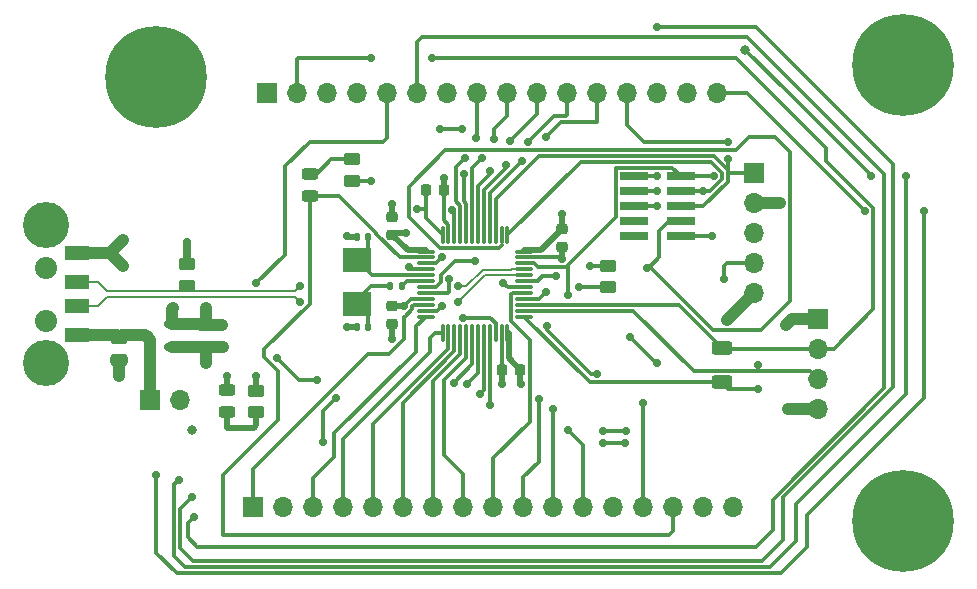
<source format=gbr>
%TF.GenerationSoftware,KiCad,Pcbnew,7.0.7-7.0.7~ubuntu22.04.1*%
%TF.CreationDate,2023-09-20T11:51:08+02:00*%
%TF.ProjectId,kicad103,6b696361-6431-4303-932e-6b696361645f,rev?*%
%TF.SameCoordinates,Original*%
%TF.FileFunction,Copper,L1,Top*%
%TF.FilePolarity,Positive*%
%FSLAX46Y46*%
G04 Gerber Fmt 4.6, Leading zero omitted, Abs format (unit mm)*
G04 Created by KiCad (PCBNEW 7.0.7-7.0.7~ubuntu22.04.1) date 2023-09-20 11:51:08*
%MOMM*%
%LPD*%
G01*
G04 APERTURE LIST*
G04 Aperture macros list*
%AMRoundRect*
0 Rectangle with rounded corners*
0 $1 Rounding radius*
0 $2 $3 $4 $5 $6 $7 $8 $9 X,Y pos of 4 corners*
0 Add a 4 corners polygon primitive as box body*
4,1,4,$2,$3,$4,$5,$6,$7,$8,$9,$2,$3,0*
0 Add four circle primitives for the rounded corners*
1,1,$1+$1,$2,$3*
1,1,$1+$1,$4,$5*
1,1,$1+$1,$6,$7*
1,1,$1+$1,$8,$9*
0 Add four rect primitives between the rounded corners*
20,1,$1+$1,$2,$3,$4,$5,0*
20,1,$1+$1,$4,$5,$6,$7,0*
20,1,$1+$1,$6,$7,$8,$9,0*
20,1,$1+$1,$8,$9,$2,$3,0*%
G04 Aperture macros list end*
%TA.AperFunction,SMDPad,CuDef*%
%ADD10RoundRect,0.225000X-0.225000X-0.250000X0.225000X-0.250000X0.225000X0.250000X-0.225000X0.250000X0*%
%TD*%
%TA.AperFunction,ComponentPad*%
%ADD11R,1.700000X1.700000*%
%TD*%
%TA.AperFunction,ComponentPad*%
%ADD12O,1.700000X1.700000*%
%TD*%
%TA.AperFunction,SMDPad,CuDef*%
%ADD13RoundRect,0.243750X-0.456250X0.243750X-0.456250X-0.243750X0.456250X-0.243750X0.456250X0.243750X0*%
%TD*%
%TA.AperFunction,SMDPad,CuDef*%
%ADD14RoundRect,0.250000X0.450000X-0.262500X0.450000X0.262500X-0.450000X0.262500X-0.450000X-0.262500X0*%
%TD*%
%TA.AperFunction,SMDPad,CuDef*%
%ADD15RoundRect,0.225000X0.225000X0.250000X-0.225000X0.250000X-0.225000X-0.250000X0.225000X-0.250000X0*%
%TD*%
%TA.AperFunction,SMDPad,CuDef*%
%ADD16RoundRect,0.250000X-0.475000X0.250000X-0.475000X-0.250000X0.475000X-0.250000X0.475000X0.250000X0*%
%TD*%
%TA.AperFunction,SMDPad,CuDef*%
%ADD17RoundRect,0.225000X-0.250000X0.225000X-0.250000X-0.225000X0.250000X-0.225000X0.250000X0.225000X0*%
%TD*%
%TA.AperFunction,SMDPad,CuDef*%
%ADD18R,2.400000X0.740000*%
%TD*%
%TA.AperFunction,ComponentPad*%
%ADD19C,0.900000*%
%TD*%
%TA.AperFunction,ComponentPad*%
%ADD20C,8.600000*%
%TD*%
%TA.AperFunction,SMDPad,CuDef*%
%ADD21RoundRect,0.140000X0.140000X0.170000X-0.140000X0.170000X-0.140000X-0.170000X0.140000X-0.170000X0*%
%TD*%
%TA.AperFunction,SMDPad,CuDef*%
%ADD22RoundRect,0.075000X-0.662500X-0.075000X0.662500X-0.075000X0.662500X0.075000X-0.662500X0.075000X0*%
%TD*%
%TA.AperFunction,SMDPad,CuDef*%
%ADD23RoundRect,0.075000X-0.075000X-0.662500X0.075000X-0.662500X0.075000X0.662500X-0.075000X0.662500X0*%
%TD*%
%TA.AperFunction,SMDPad,CuDef*%
%ADD24R,2.400000X2.000000*%
%TD*%
%TA.AperFunction,SMDPad,CuDef*%
%ADD25RoundRect,0.250000X-0.450000X0.262500X-0.450000X-0.262500X0.450000X-0.262500X0.450000X0.262500X0*%
%TD*%
%TA.AperFunction,SMDPad,CuDef*%
%ADD26RoundRect,0.243750X0.456250X-0.243750X0.456250X0.243750X-0.456250X0.243750X-0.456250X-0.243750X0*%
%TD*%
%TA.AperFunction,SMDPad,CuDef*%
%ADD27RoundRect,0.150000X0.512500X0.150000X-0.512500X0.150000X-0.512500X-0.150000X0.512500X-0.150000X0*%
%TD*%
%TA.AperFunction,SMDPad,CuDef*%
%ADD28RoundRect,0.225000X0.250000X-0.225000X0.250000X0.225000X-0.250000X0.225000X-0.250000X-0.225000X0*%
%TD*%
%TA.AperFunction,SMDPad,CuDef*%
%ADD29RoundRect,0.135000X-0.135000X-0.185000X0.135000X-0.185000X0.135000X0.185000X-0.135000X0.185000X0*%
%TD*%
%TA.AperFunction,SMDPad,CuDef*%
%ADD30RoundRect,0.250000X-0.625000X0.312500X-0.625000X-0.312500X0.625000X-0.312500X0.625000X0.312500X0*%
%TD*%
%TA.AperFunction,SMDPad,CuDef*%
%ADD31R,2.000000X1.200000*%
%TD*%
%TA.AperFunction,ComponentPad*%
%ADD32C,1.875000*%
%TD*%
%TA.AperFunction,ComponentPad*%
%ADD33C,3.894000*%
%TD*%
%TA.AperFunction,ViaPad*%
%ADD34C,0.700000*%
%TD*%
%TA.AperFunction,ViaPad*%
%ADD35C,0.800000*%
%TD*%
%TA.AperFunction,Conductor*%
%ADD36C,1.000000*%
%TD*%
%TA.AperFunction,Conductor*%
%ADD37C,0.500000*%
%TD*%
%TA.AperFunction,Conductor*%
%ADD38C,0.300000*%
%TD*%
%TA.AperFunction,Conductor*%
%ADD39C,0.700000*%
%TD*%
%TA.AperFunction,Conductor*%
%ADD40C,0.200000*%
%TD*%
G04 APERTURE END LIST*
D10*
%TO.P,C6,1*%
%TO.N,+3.3V*%
X80850000Y-60200000D03*
%TO.P,C6,2*%
%TO.N,GND*%
X82400000Y-60200000D03*
%TD*%
D11*
%TO.P,J5,1,Pin_1*%
%TO.N,PB15*%
X67380000Y-52000000D03*
D12*
%TO.P,J5,2,Pin_2*%
%TO.N,PB14*%
X69920000Y-52000000D03*
%TO.P,J5,3,Pin_3*%
%TO.N,PB13*%
X72460000Y-52000000D03*
%TO.P,J5,4,Pin_4*%
%TO.N,PB12*%
X75000000Y-52000000D03*
%TO.P,J5,5,Pin_5*%
%TO.N,PB11*%
X77540000Y-52000000D03*
%TO.P,J5,6,Pin_6*%
%TO.N,PB10*%
X80080000Y-52000000D03*
%TO.P,J5,7,Pin_7*%
%TO.N,PB9*%
X82620000Y-52000000D03*
%TO.P,J5,8,Pin_8*%
%TO.N,PB8*%
X85160000Y-52000000D03*
%TO.P,J5,9,Pin_9*%
%TO.N,PB7*%
X87700000Y-52000000D03*
%TO.P,J5,10,Pin_10*%
%TO.N,PB6*%
X90240000Y-52000000D03*
%TO.P,J5,11,Pin_11*%
%TO.N,PB5*%
X92780000Y-52000000D03*
%TO.P,J5,12,Pin_12*%
%TO.N,PB4*%
X95320000Y-52000000D03*
%TO.P,J5,13,Pin_13*%
%TO.N,PB3*%
X97860000Y-52000000D03*
%TO.P,J5,14,Pin_14*%
%TO.N,PB2*%
X100400000Y-52000000D03*
%TO.P,J5,15,Pin_15*%
%TO.N,PB1*%
X102940000Y-52000000D03*
%TO.P,J5,16,Pin_16*%
%TO.N,PB0*%
X105480000Y-52000000D03*
%TD*%
D13*
%TO.P,D3,1,K*%
%TO.N,Net-(D3-K)*%
X71000000Y-58800000D03*
%TO.P,D3,2,A*%
%TO.N,PC13*%
X71000000Y-60675000D03*
%TD*%
D14*
%TO.P,R1,1*%
%TO.N,Net-(D2-K)*%
X66500000Y-79000000D03*
%TO.P,R1,2*%
%TO.N,GND*%
X66500000Y-77175000D03*
%TD*%
D15*
%TO.P,C5,1*%
%TO.N,+3.3V*%
X88850000Y-75450000D03*
%TO.P,C5,2*%
%TO.N,GND*%
X87300000Y-75450000D03*
%TD*%
D16*
%TO.P,C2,1*%
%TO.N,+3.3V*%
X62200000Y-71600000D03*
%TO.P,C2,2*%
%TO.N,GND*%
X62200000Y-73500000D03*
%TD*%
D11*
%TO.P,J2,1,Pin_1*%
%TO.N,Net-(J2-Pin_1)*%
X57460000Y-78000000D03*
D12*
%TO.P,J2,2,Pin_2*%
%TO.N,GND*%
X60000000Y-78000000D03*
%TD*%
D17*
%TO.P,C3,1*%
%TO.N,+3.3V*%
X92400000Y-63450000D03*
%TO.P,C3,2*%
%TO.N,GND*%
X92400000Y-65000000D03*
%TD*%
D18*
%TO.P,J3,1,Pin_1*%
%TO.N,+3.3V*%
X98500000Y-59020000D03*
%TO.P,J3,2,Pin_2*%
%TO.N,PA13*%
X102400000Y-59020000D03*
%TO.P,J3,3,Pin_3*%
%TO.N,GND*%
X98500000Y-60290000D03*
%TO.P,J3,4,Pin_4*%
%TO.N,PA14*%
X102400000Y-60290000D03*
%TO.P,J3,5,Pin_5*%
%TO.N,GND*%
X98500000Y-61560000D03*
%TO.P,J3,6,Pin_6*%
%TO.N,PB3*%
X102400000Y-61560000D03*
%TO.P,J3,7,Pin_7*%
%TO.N,unconnected-(J3-Pin_7-Pad7)*%
X98500000Y-62830000D03*
%TO.P,J3,8,Pin_8*%
%TO.N,PA15*%
X102400000Y-62830000D03*
%TO.P,J3,9,Pin_9*%
%TO.N,unconnected-(J3-Pin_9-Pad9)*%
X98500000Y-64100000D03*
%TO.P,J3,10,Pin_10*%
%TO.N,NRST*%
X102400000Y-64100000D03*
%TD*%
D16*
%TO.P,C1,1*%
%TO.N,Net-(J2-Pin_1)*%
X54900000Y-72700000D03*
%TO.P,C1,2*%
%TO.N,GND*%
X54900000Y-74600000D03*
%TD*%
D17*
%TO.P,C4,1*%
%TO.N,+3.3V*%
X78000000Y-70000000D03*
%TO.P,C4,2*%
%TO.N,GND*%
X78000000Y-71550000D03*
%TD*%
D19*
%TO.P,H3,1,1*%
%TO.N,GND*%
X54794581Y-50600000D03*
X55739162Y-48319581D03*
X55739162Y-52880419D03*
X58019581Y-47375000D03*
D20*
X58019581Y-50600000D03*
D19*
X58019581Y-53825000D03*
X60300000Y-48319581D03*
X60300000Y-52880419D03*
X61244581Y-50600000D03*
%TD*%
D21*
%TO.P,C9,1*%
%TO.N,Net-(C9-Pad1)*%
X75960000Y-71800000D03*
%TO.P,C9,2*%
%TO.N,GND*%
X75000000Y-71800000D03*
%TD*%
D11*
%TO.P,J7,1,Pin_1*%
%TO.N,+3.3V*%
X114000000Y-71080000D03*
D12*
%TO.P,J7,2,Pin_2*%
%TO.N,PB14*%
X114000000Y-73620000D03*
%TO.P,J7,3,Pin_3*%
%TO.N,PB13*%
X114000000Y-76160000D03*
%TO.P,J7,4,Pin_4*%
%TO.N,GND*%
X114000000Y-78700000D03*
%TD*%
D22*
%TO.P,U1,1,VBAT*%
%TO.N,+3.3V*%
X80837500Y-65400000D03*
%TO.P,U1,2,PC13*%
%TO.N,PC13*%
X80837500Y-65900000D03*
%TO.P,U1,3,PC14*%
%TO.N,PC14*%
X80837500Y-66400000D03*
%TO.P,U1,4,PC15*%
%TO.N,PC15*%
X80837500Y-66900000D03*
%TO.P,U1,5,PD0*%
%TO.N,Net-(U1-PD0)*%
X80837500Y-67400000D03*
%TO.P,U1,6,PD1*%
%TO.N,Net-(U1-PD1)*%
X80837500Y-67900000D03*
%TO.P,U1,7,NRST*%
%TO.N,NRST*%
X80837500Y-68400000D03*
%TO.P,U1,8,VSSA*%
%TO.N,GND*%
X80837500Y-68900000D03*
%TO.P,U1,9,VDDA*%
%TO.N,+3.3V*%
X80837500Y-69400000D03*
%TO.P,U1,10,PA0*%
%TO.N,PA0*%
X80837500Y-69900000D03*
%TO.P,U1,11,PA1*%
%TO.N,PA1*%
X80837500Y-70400000D03*
%TO.P,U1,12,PA2*%
%TO.N,PA2*%
X80837500Y-70900000D03*
D23*
%TO.P,U1,13,PA3*%
%TO.N,PA3*%
X82250000Y-72312500D03*
%TO.P,U1,14,PA4*%
%TO.N,PA4*%
X82750000Y-72312500D03*
%TO.P,U1,15,PA5*%
%TO.N,PA5*%
X83250000Y-72312500D03*
%TO.P,U1,16,PA6*%
%TO.N,PA6*%
X83750000Y-72312500D03*
%TO.P,U1,17,PA7*%
%TO.N,PA7*%
X84250000Y-72312500D03*
%TO.P,U1,18,PB0*%
%TO.N,PB0*%
X84750000Y-72312500D03*
%TO.P,U1,19,PB1*%
%TO.N,PB1*%
X85250000Y-72312500D03*
%TO.P,U1,20,PB2*%
%TO.N,PB2*%
X85750000Y-72312500D03*
%TO.P,U1,21,PB10*%
%TO.N,PB10*%
X86250000Y-72312500D03*
%TO.P,U1,22,PB11*%
%TO.N,PB11*%
X86750000Y-72312500D03*
%TO.P,U1,23,VSS*%
%TO.N,GND*%
X87250000Y-72312500D03*
%TO.P,U1,24,VDD*%
%TO.N,+3.3V*%
X87750000Y-72312500D03*
D22*
%TO.P,U1,25,PB12*%
%TO.N,PB12*%
X89162500Y-70900000D03*
%TO.P,U1,26,PB13*%
%TO.N,PB13*%
X89162500Y-70400000D03*
%TO.P,U1,27,PB14*%
%TO.N,PB14*%
X89162500Y-69900000D03*
%TO.P,U1,28,PB15*%
%TO.N,PB15*%
X89162500Y-69400000D03*
%TO.P,U1,29,PA8*%
%TO.N,PA8*%
X89162500Y-68900000D03*
%TO.P,U1,30,PA9*%
%TO.N,PA9*%
X89162500Y-68400000D03*
%TO.P,U1,31,PA10*%
%TO.N,PA10*%
X89162500Y-67900000D03*
%TO.P,U1,32,PA11*%
%TO.N,/USB_D-*%
X89162500Y-67400000D03*
%TO.P,U1,33,PA12*%
%TO.N,/USB_D+*%
X89162500Y-66900000D03*
%TO.P,U1,34,PA13*%
%TO.N,PA13*%
X89162500Y-66400000D03*
%TO.P,U1,35,VSS*%
%TO.N,GND*%
X89162500Y-65900000D03*
%TO.P,U1,36,VDD*%
%TO.N,+3.3V*%
X89162500Y-65400000D03*
D23*
%TO.P,U1,37,PA14*%
%TO.N,PA14*%
X87750000Y-63987500D03*
%TO.P,U1,38,PA15*%
%TO.N,PA15*%
X87250000Y-63987500D03*
%TO.P,U1,39,PB3*%
%TO.N,PB3*%
X86750000Y-63987500D03*
%TO.P,U1,40,PB4*%
%TO.N,PB4*%
X86250000Y-63987500D03*
%TO.P,U1,41,PB5*%
%TO.N,PB5*%
X85750000Y-63987500D03*
%TO.P,U1,42,PB6*%
%TO.N,PB6*%
X85250000Y-63987500D03*
%TO.P,U1,43,PB7*%
%TO.N,PB7*%
X84750000Y-63987500D03*
%TO.P,U1,44,BOOT0*%
%TO.N,BOOT0*%
X84250000Y-63987500D03*
%TO.P,U1,45,PB8*%
%TO.N,PB8*%
X83750000Y-63987500D03*
%TO.P,U1,46,PB9*%
%TO.N,PB9*%
X83250000Y-63987500D03*
%TO.P,U1,47,VSS*%
%TO.N,GND*%
X82750000Y-63987500D03*
%TO.P,U1,48,VDD*%
%TO.N,+3.3V*%
X82250000Y-63987500D03*
%TD*%
D24*
%TO.P,Y1,1,1*%
%TO.N,Net-(C9-Pad1)*%
X75000000Y-69850000D03*
%TO.P,Y1,2,2*%
%TO.N,Net-(U1-PD0)*%
X75000000Y-66150000D03*
%TD*%
D19*
%TO.P,H2,1,1*%
%TO.N,GND*%
X117994581Y-88180419D03*
X118939162Y-85900000D03*
X118939162Y-90460838D03*
X121219581Y-84955419D03*
D20*
X121219581Y-88180419D03*
D19*
X121219581Y-91405419D03*
X123500000Y-85900000D03*
X123500000Y-90460838D03*
X124444581Y-88180419D03*
%TD*%
D25*
%TO.P,R4,1*%
%TO.N,+3.3V*%
X60600000Y-66475000D03*
%TO.P,R4,2*%
%TO.N,/USB_D+*%
X60600000Y-68300000D03*
%TD*%
D11*
%TO.P,J8,1,Pin_1*%
%TO.N,PB3*%
X108600000Y-58720000D03*
D12*
%TO.P,J8,2,Pin_2*%
%TO.N,+3.3V*%
X108600000Y-61260000D03*
%TO.P,J8,3,Pin_3*%
%TO.N,PA13*%
X108600000Y-63800000D03*
%TO.P,J8,4,Pin_4*%
%TO.N,PA14*%
X108600000Y-66340000D03*
%TO.P,J8,5,Pin_5*%
%TO.N,GND*%
X108600000Y-68880000D03*
%TD*%
D26*
%TO.P,D2,1,K*%
%TO.N,Net-(D2-K)*%
X64000000Y-79000000D03*
%TO.P,D2,2,A*%
%TO.N,+3.3V*%
X64000000Y-77125000D03*
%TD*%
D14*
%TO.P,R5,1*%
%TO.N,BOOT0*%
X96300000Y-68425000D03*
%TO.P,R5,2*%
%TO.N,GND*%
X96300000Y-66600000D03*
%TD*%
D21*
%TO.P,C8,1*%
%TO.N,Net-(U1-PD0)*%
X75960000Y-64150000D03*
%TO.P,C8,2*%
%TO.N,GND*%
X75000000Y-64150000D03*
%TD*%
D11*
%TO.P,J9,1,Pin_1*%
%TO.N,PA0*%
X66220000Y-87000000D03*
D12*
%TO.P,J9,2,Pin_2*%
%TO.N,PA1*%
X68760000Y-87000000D03*
%TO.P,J9,3,Pin_3*%
%TO.N,PA2*%
X71300000Y-87000000D03*
%TO.P,J9,4,Pin_4*%
%TO.N,PA3*%
X73840000Y-87000000D03*
%TO.P,J9,5,Pin_5*%
%TO.N,PA4*%
X76380000Y-87000000D03*
%TO.P,J9,6,Pin_6*%
%TO.N,PA5*%
X78920000Y-87000000D03*
%TO.P,J9,7,Pin_7*%
%TO.N,PA6*%
X81460000Y-87000000D03*
%TO.P,J9,8,Pin_8*%
%TO.N,PA7*%
X84000000Y-87000000D03*
%TO.P,J9,9,Pin_9*%
%TO.N,PA8*%
X86540000Y-87000000D03*
%TO.P,J9,10,Pin_10*%
%TO.N,PA9*%
X89080000Y-87000000D03*
%TO.P,J9,11,Pin_11*%
%TO.N,PA10*%
X91620000Y-87000000D03*
%TO.P,J9,12,Pin_12*%
%TO.N,PA13*%
X94160000Y-87000000D03*
%TO.P,J9,13,Pin_13*%
%TO.N,PA14*%
X96700000Y-87000000D03*
%TO.P,J9,14,Pin_14*%
%TO.N,PA15*%
X99240000Y-87000000D03*
%TO.P,J9,15,Pin_15*%
%TO.N,PC13*%
X101780000Y-87000000D03*
%TO.P,J9,16,Pin_16*%
%TO.N,PC14*%
X104320000Y-87000000D03*
%TO.P,J9,17,Pin_17*%
%TO.N,PC15*%
X106860000Y-87000000D03*
%TD*%
D27*
%TO.P,U2,1,GND*%
%TO.N,GND*%
X59375000Y-73450000D03*
%TO.P,U2,2,VO*%
%TO.N,+3.3V*%
X59375000Y-71550000D03*
%TO.P,U2,3,VI*%
%TO.N,Net-(J2-Pin_1)*%
X57100000Y-72500000D03*
%TD*%
D28*
%TO.P,C7,1*%
%TO.N,+3.3V*%
X78000000Y-64000000D03*
%TO.P,C7,2*%
%TO.N,GND*%
X78000000Y-62450000D03*
%TD*%
D29*
%TO.P,R3,1*%
%TO.N,Net-(C9-Pad1)*%
X77800000Y-68300000D03*
%TO.P,R3,2*%
%TO.N,Net-(U1-PD1)*%
X78820000Y-68300000D03*
%TD*%
D25*
%TO.P,R2,1*%
%TO.N,Net-(D3-K)*%
X74600000Y-57600000D03*
%TO.P,R2,2*%
%TO.N,GND*%
X74600000Y-59425000D03*
%TD*%
D30*
%TO.P,R6,1*%
%TO.N,PB14*%
X105900000Y-73537500D03*
%TO.P,R6,2*%
%TO.N,PB12*%
X105900000Y-76462500D03*
%TD*%
D31*
%TO.P,J1,1,1*%
%TO.N,Net-(J2-Pin_1)*%
X51300000Y-72500000D03*
%TO.P,J1,2,2*%
%TO.N,/USB_D-*%
X51300000Y-70000000D03*
%TO.P,J1,3,3*%
%TO.N,/USB_D+*%
X51300000Y-68000000D03*
%TO.P,J1,4,4*%
%TO.N,GND*%
X51300000Y-65500000D03*
D32*
%TO.P,J1,5,5*%
%TO.N,unconnected-(J1-Pad5)*%
X48700000Y-66750000D03*
%TO.P,J1,6,6*%
%TO.N,unconnected-(J1-Pad6)*%
X48700000Y-71250000D03*
D33*
%TO.P,J1,7,7*%
%TO.N,unconnected-(J1-Pad7)*%
X48700000Y-63150000D03*
%TO.P,J1,8,8*%
%TO.N,unconnected-(J1-Pad8)*%
X48700000Y-74850000D03*
%TD*%
D19*
%TO.P,H1,1,1*%
%TO.N,GND*%
X117975000Y-49600000D03*
X118919581Y-47319581D03*
X118919581Y-51880419D03*
X121200000Y-46375000D03*
D20*
X121200000Y-49600000D03*
D19*
X121200000Y-52825000D03*
X123480419Y-47319581D03*
X123480419Y-51880419D03*
X124425000Y-49600000D03*
%TD*%
D34*
%TO.N,+3.3V*%
X92400000Y-62200000D03*
X88900000Y-76600000D03*
X62200000Y-70200000D03*
X60600000Y-64600000D03*
X110900000Y-61300000D03*
X79000000Y-70000000D03*
X63600000Y-71600000D03*
X100400000Y-59000000D03*
X64000000Y-75900000D03*
X79200000Y-63800000D03*
X59400000Y-70200000D03*
X111300000Y-71600000D03*
X80100000Y-61800000D03*
%TO.N,/USB_D-*%
X70157513Y-69650000D03*
X83549513Y-69650000D03*
%TO.N,GND*%
X111500000Y-78700000D03*
X87300000Y-76600000D03*
X82400000Y-59200000D03*
X78000000Y-61400000D03*
X74200000Y-64100000D03*
X82800000Y-67700000D03*
X106300000Y-71200000D03*
X100400000Y-60300000D03*
X78000000Y-72800000D03*
X76200000Y-59400000D03*
X74200000Y-71800000D03*
X54900000Y-75900000D03*
X100400000Y-61500000D03*
X55200000Y-64400000D03*
X63700000Y-73500000D03*
X62200000Y-74800000D03*
X92400000Y-66000000D03*
X55200000Y-66600000D03*
D35*
X61000000Y-80500000D03*
D34*
X94700000Y-66600000D03*
X66500000Y-75900000D03*
%TO.N,/USB_D+*%
X70157513Y-68350000D03*
X83549513Y-68350000D03*
%TO.N,PA13*%
X92900000Y-80500000D03*
X105200000Y-59000000D03*
X92900000Y-69100000D03*
%TO.N,PA14*%
X104300000Y-60300000D03*
X106100000Y-67700000D03*
%TO.N,PB3*%
X106400000Y-56100500D03*
X106400000Y-57600000D03*
%TO.N,PA15*%
X100400000Y-74800000D03*
X99600000Y-66800000D03*
X99200000Y-78200000D03*
X98100000Y-72600000D03*
%TO.N,PC14*%
X97700000Y-81600000D03*
X95800000Y-81600000D03*
X82236654Y-65900000D03*
%TO.N,PC15*%
X79398360Y-66700000D03*
%TO.N,PB15*%
X97800000Y-80600000D03*
X95300000Y-75763000D03*
X91100000Y-71700000D03*
X95800000Y-80600000D03*
X91000000Y-68800000D03*
%TO.N,PB14*%
X76200000Y-49000000D03*
X81400000Y-49000000D03*
%TO.N,PB13*%
X82000000Y-55000000D03*
X109000000Y-75000000D03*
X83900000Y-55000000D03*
%TO.N,PB12*%
X109000000Y-77000000D03*
%TO.N,PB11*%
X84000000Y-71000000D03*
X68200000Y-74400000D03*
X72100000Y-81500000D03*
X71600000Y-76300000D03*
X66500000Y-68100000D03*
X73200000Y-77800000D03*
%TO.N,PB10*%
X61200000Y-87900000D03*
X86300000Y-78400000D03*
%TO.N,PB9*%
X83050500Y-61896691D03*
%TO.N,PB8*%
X85100000Y-55800000D03*
X84125535Y-57499500D03*
%TO.N,PB7*%
X86600000Y-55900000D03*
X85600000Y-57499500D03*
%TO.N,PB6*%
X86305378Y-58605378D03*
X88000000Y-56000000D03*
%TO.N,PB5*%
X89500000Y-56100000D03*
X87600000Y-58100000D03*
%TO.N,PB4*%
X91000000Y-55700000D03*
X88955378Y-57755378D03*
%TO.N,PB2*%
X85400000Y-77500000D03*
X100400000Y-46349500D03*
X61000000Y-86200000D03*
%TO.N,PB1*%
X59900000Y-84700000D03*
D35*
X107900000Y-48300000D03*
D34*
X84300000Y-76600000D03*
X118500000Y-59000000D03*
X121500000Y-59000000D03*
%TO.N,PB0*%
X118000000Y-62000000D03*
X123000000Y-62000000D03*
X83194622Y-76494622D03*
X58000000Y-84300000D03*
%TO.N,PA1*%
X82200000Y-70000000D03*
%TO.N,PA9*%
X87400000Y-68024500D03*
X90400000Y-77900000D03*
%TO.N,PA10*%
X91600000Y-78700000D03*
X91900000Y-67500000D03*
%TO.N,NRST*%
X105100000Y-64100000D03*
X85000000Y-66200000D03*
%TO.N,BOOT0*%
X84050500Y-58844396D03*
X93794975Y-68405025D03*
%TD*%
D36*
%TO.N,+3.3V*%
X59375000Y-71550000D02*
X62150000Y-71550000D01*
X108600000Y-61260000D02*
X110860000Y-61260000D01*
D37*
X78200000Y-63800000D02*
X79200000Y-63800000D01*
D36*
X62150000Y-71550000D02*
X62200000Y-71600000D01*
D37*
X92400000Y-63450000D02*
X92400000Y-62200000D01*
D36*
X114000000Y-71080000D02*
X111820000Y-71080000D01*
D37*
X90550000Y-65300000D02*
X89162500Y-65300000D01*
X87850000Y-74450000D02*
X87850000Y-72312500D01*
D38*
X82250000Y-63987500D02*
X82250000Y-63850000D01*
X80850000Y-60200000D02*
X80850000Y-61800000D01*
D37*
X78000000Y-64000000D02*
X79300000Y-65300000D01*
D38*
X80800000Y-60250000D02*
X80850000Y-60200000D01*
X80850000Y-61800000D02*
X80850000Y-62587500D01*
X80850000Y-62587500D02*
X82250000Y-63987500D01*
D37*
X88850000Y-76550000D02*
X88900000Y-76600000D01*
D38*
X80850000Y-61800000D02*
X80100000Y-61800000D01*
D36*
X59375000Y-71550000D02*
X59375000Y-70225000D01*
D38*
X80837500Y-69400000D02*
X79600000Y-69400000D01*
D37*
X78000000Y-64000000D02*
X78200000Y-63800000D01*
X88850000Y-75450000D02*
X87850000Y-74450000D01*
X79300000Y-65300000D02*
X80837500Y-65300000D01*
D39*
X60600000Y-66475000D02*
X60600000Y-64600000D01*
D36*
X59375000Y-70225000D02*
X59400000Y-70200000D01*
X111820000Y-71080000D02*
X111300000Y-71600000D01*
D37*
X64000000Y-77125000D02*
X64000000Y-75900000D01*
X92400000Y-63450000D02*
X90550000Y-65300000D01*
D36*
X62200000Y-71600000D02*
X62200000Y-70200000D01*
D38*
X98500000Y-59020000D02*
X100380000Y-59020000D01*
D36*
X62200000Y-71600000D02*
X63600000Y-71600000D01*
D37*
X78000000Y-70000000D02*
X79000000Y-70000000D01*
X88850000Y-75450000D02*
X88850000Y-76550000D01*
D38*
X79600000Y-69400000D02*
X79000000Y-70000000D01*
X100380000Y-59020000D02*
X100400000Y-59000000D01*
D40*
%TO.N,/USB_D-*%
X85824513Y-67375000D02*
X88031249Y-67375000D01*
X83549513Y-69650000D02*
X85824513Y-67375000D01*
X88031249Y-67375000D02*
X88056249Y-67400000D01*
X88056249Y-67400000D02*
X89162500Y-67400000D01*
X53075001Y-70000000D02*
X53850001Y-69225000D01*
X53850001Y-69225000D02*
X69732514Y-69225001D01*
X69732514Y-69225001D02*
X70157513Y-69650000D01*
X51575000Y-70000000D02*
X53075001Y-70000000D01*
D37*
%TO.N,GND*%
X66500000Y-77175000D02*
X66500000Y-75900000D01*
D36*
X108600000Y-68900000D02*
X106300000Y-71200000D01*
D37*
X75000000Y-71800000D02*
X74200000Y-71800000D01*
D38*
X82350500Y-60249500D02*
X82400000Y-60200000D01*
D36*
X114000000Y-78700000D02*
X111500000Y-78700000D01*
D38*
X76175000Y-59425000D02*
X76200000Y-59400000D01*
X74600000Y-59425000D02*
X76175000Y-59425000D01*
X96300000Y-66600000D02*
X94700000Y-66600000D01*
X98500000Y-61560000D02*
X100340000Y-61560000D01*
X82750000Y-63987500D02*
X82750000Y-63148959D01*
X100280000Y-60290000D02*
X100400000Y-60300000D01*
X87250000Y-72312500D02*
X87250000Y-75400000D01*
D36*
X59375000Y-73450000D02*
X62150000Y-73450000D01*
D38*
X82700000Y-68900000D02*
X82800000Y-68800000D01*
D36*
X54100000Y-65500000D02*
X55200000Y-64400000D01*
D38*
X82750000Y-63148959D02*
X82350500Y-62749459D01*
X100400000Y-60300000D02*
X98510000Y-60300000D01*
X82350500Y-62749459D02*
X82350500Y-60249500D01*
X100340000Y-61560000D02*
X100400000Y-61500000D01*
X92300000Y-65900000D02*
X92400000Y-66000000D01*
D37*
X92400000Y-65000000D02*
X92400000Y-66000000D01*
D38*
X100300000Y-60290000D02*
X100290000Y-60290000D01*
D37*
X78000000Y-62450000D02*
X78000000Y-61400000D01*
X74250000Y-64150000D02*
X74200000Y-64100000D01*
D36*
X108600000Y-68880000D02*
X108600000Y-68900000D01*
D38*
X80837500Y-68900000D02*
X82700000Y-68900000D01*
D37*
X87300000Y-75450000D02*
X87300000Y-76600000D01*
D36*
X62200000Y-73500000D02*
X63700000Y-73500000D01*
D37*
X78000000Y-71550000D02*
X78000000Y-72800000D01*
D36*
X54900000Y-74600000D02*
X54900000Y-75900000D01*
D37*
X75000000Y-64150000D02*
X74250000Y-64150000D01*
D38*
X89162500Y-65900000D02*
X92300000Y-65900000D01*
D36*
X54100000Y-65500000D02*
X55200000Y-66600000D01*
D38*
X100400000Y-60300000D02*
X100300000Y-60290000D01*
D37*
X82400000Y-60200000D02*
X82400000Y-59200000D01*
D36*
X51575000Y-65500000D02*
X54100000Y-65500000D01*
X62200000Y-73500000D02*
X62200000Y-74800000D01*
D38*
X82800000Y-68800000D02*
X82800000Y-67700000D01*
X98510000Y-60300000D02*
X98500000Y-60290000D01*
D36*
X62150000Y-73450000D02*
X62200000Y-73500000D01*
D38*
X87250000Y-75400000D02*
X87300000Y-75450000D01*
D40*
%TO.N,/USB_D+*%
X83549513Y-68350000D02*
X84213116Y-68350000D01*
X88031249Y-66925000D02*
X88056249Y-66900000D01*
X53075001Y-68000000D02*
X53850001Y-68775000D01*
X69732514Y-68774999D02*
X70157513Y-68350000D01*
X51575000Y-68000000D02*
X53075001Y-68000000D01*
X84213116Y-68350000D02*
X85638116Y-66925000D01*
X85638116Y-66925000D02*
X88031249Y-66925000D01*
X88056249Y-66900000D02*
X89162500Y-66900000D01*
X53850001Y-68775000D02*
X69732514Y-68774999D01*
D38*
%TO.N,PC13*%
X63700000Y-89400000D02*
X101400000Y-89400000D01*
X71000000Y-69797463D02*
X67148731Y-73648731D01*
X68300000Y-79674999D02*
X63700000Y-84274999D01*
X73487965Y-60675000D02*
X76600000Y-63787035D01*
X101400000Y-89400000D02*
X101780000Y-89020000D01*
X76600000Y-63888173D02*
X78611827Y-65900000D01*
X71000000Y-60675000D02*
X71000000Y-69797463D01*
X76600000Y-63787035D02*
X76600000Y-63888173D01*
X78611827Y-65900000D02*
X80837500Y-65900000D01*
X101780000Y-89020000D02*
X101780000Y-87000000D01*
X63700000Y-84274999D02*
X63700000Y-89400000D01*
X71000000Y-60675000D02*
X73487965Y-60675000D01*
X67148731Y-73648731D02*
X67148731Y-74338681D01*
X67550000Y-74739950D02*
X67550000Y-74750000D01*
X67550000Y-74750000D02*
X68300000Y-75500000D01*
X67148731Y-74338681D02*
X67550000Y-74739950D01*
X68300000Y-75500000D02*
X68300000Y-79674999D01*
%TO.N,PA13*%
X90301041Y-66700000D02*
X90001041Y-66400000D01*
X102400000Y-59020000D02*
X105180000Y-59020000D01*
X102400000Y-59020000D02*
X101680000Y-58300000D01*
X94160000Y-87000000D02*
X94160000Y-81760000D01*
X101680000Y-58300000D02*
X96950000Y-58300000D01*
X94160000Y-81760000D02*
X92900000Y-80500000D01*
X92689950Y-66700000D02*
X90301041Y-66700000D01*
X92894975Y-66494975D02*
X92689950Y-66700000D01*
X96950000Y-62439950D02*
X92894975Y-66494975D01*
X96950000Y-58300000D02*
X96950000Y-62439950D01*
X92900000Y-66910050D02*
X92894975Y-66905025D01*
X90001041Y-66400000D02*
X89162500Y-66400000D01*
X92900000Y-66910050D02*
X92689950Y-66700000D01*
X105180000Y-59020000D02*
X105200000Y-59000000D01*
X92900000Y-69100000D02*
X92900000Y-66910050D01*
X92894975Y-66905025D02*
X92894975Y-66494975D01*
%TO.N,Net-(U1-PD0)*%
X76250000Y-67400000D02*
X75000000Y-66150000D01*
X75960000Y-65190000D02*
X75000000Y-66150000D01*
X75960000Y-64150000D02*
X75960000Y-65190000D01*
X80837500Y-67400000D02*
X76250000Y-67400000D01*
%TO.N,Net-(C9-Pad1)*%
X76200000Y-68300000D02*
X77800000Y-68300000D01*
X75960000Y-71800000D02*
X75960000Y-70810000D01*
X75000000Y-69850000D02*
X75000000Y-69500000D01*
X75960000Y-70810000D02*
X75000000Y-69850000D01*
X75000000Y-69500000D02*
X76200000Y-68300000D01*
%TO.N,PA14*%
X93937500Y-57800000D02*
X87750000Y-63987500D01*
X104899950Y-60290000D02*
X105900000Y-59289950D01*
X105900000Y-58710050D02*
X104989950Y-57800000D01*
X102400000Y-60290000D02*
X104290000Y-60290000D01*
X104290000Y-60290000D02*
X104300000Y-60300000D01*
X108600000Y-66340000D02*
X106360000Y-66340000D01*
X105900000Y-59289950D02*
X105900000Y-58710050D01*
X106100000Y-66600000D02*
X106100000Y-67700000D01*
X104989950Y-57800000D02*
X93937500Y-57800000D01*
X106360000Y-66340000D02*
X106100000Y-66600000D01*
X102400000Y-60290000D02*
X104899950Y-60290000D01*
%TO.N,PB3*%
X104337056Y-61560000D02*
X102400000Y-61560000D01*
X97860000Y-54660000D02*
X97860000Y-52000000D01*
X106400000Y-58700000D02*
X106400000Y-57600000D01*
X106400000Y-58700000D02*
X106400000Y-59497056D01*
X105197056Y-57300000D02*
X106400000Y-58502944D01*
X106400000Y-56100500D02*
X99300500Y-56100500D01*
X99300500Y-56100500D02*
X97860000Y-54660000D01*
X108600000Y-58720000D02*
X106420000Y-58720000D01*
X90400000Y-57300000D02*
X105197056Y-57300000D01*
X106400000Y-58502944D02*
X106400000Y-58700000D01*
X86750000Y-60950000D02*
X90400000Y-57300000D01*
X106420000Y-58720000D02*
X106400000Y-58700000D01*
X86750000Y-63987500D02*
X86750000Y-60950000D01*
X106400000Y-59497056D02*
X104337056Y-61560000D01*
%TO.N,PA15*%
X102400000Y-62830000D02*
X101400000Y-62830000D01*
X99240000Y-78240000D02*
X99200000Y-78200000D01*
X107100000Y-56800000D02*
X82500000Y-56800000D01*
X105134803Y-72065197D02*
X109234803Y-72065197D01*
X99700000Y-66800000D02*
X99600000Y-66800000D01*
X108200000Y-55700000D02*
X107100000Y-56800000D01*
X101400000Y-62830000D02*
X100600000Y-63630000D01*
X100300000Y-74800000D02*
X100400000Y-74800000D01*
X98100000Y-72600000D02*
X100300000Y-74800000D01*
X109234803Y-72065197D02*
X111710000Y-69590000D01*
X111710000Y-69590000D02*
X111710000Y-57010000D01*
X111710000Y-57010000D02*
X110400000Y-55700000D01*
X79400000Y-62476041D02*
X81998959Y-65075000D01*
X87001041Y-65075000D02*
X87250000Y-64826041D01*
X110400000Y-55700000D02*
X108200000Y-55700000D01*
X99600000Y-66800000D02*
X99869606Y-66800000D01*
X81998959Y-65075000D02*
X87001041Y-65075000D01*
X100600000Y-63630000D02*
X100600000Y-65900000D01*
X99869606Y-66800000D02*
X105134803Y-72065197D01*
X79400000Y-59900000D02*
X79400000Y-62476041D01*
X100600000Y-65900000D02*
X99700000Y-66800000D01*
X82500000Y-56800000D02*
X79400000Y-59900000D01*
X99240000Y-87000000D02*
X99240000Y-78240000D01*
%TO.N,PC14*%
X82236654Y-65839387D02*
X82236654Y-65774103D01*
X81736654Y-66400000D02*
X82236654Y-65900000D01*
X80837500Y-66400000D02*
X81736654Y-66400000D01*
X95800000Y-81600000D02*
X97700000Y-81600000D01*
%TO.N,PC15*%
X80837500Y-66900000D02*
X79598360Y-66900000D01*
X79598360Y-66900000D02*
X79398360Y-66700000D01*
%TO.N,PB15*%
X91100000Y-71700000D02*
X91100000Y-72000000D01*
X94863000Y-75763000D02*
X95300000Y-75763000D01*
X89162500Y-69400000D02*
X90400000Y-69400000D01*
X90400000Y-69400000D02*
X91000000Y-68800000D01*
X91100000Y-72000000D02*
X94863000Y-75763000D01*
X95800000Y-80600000D02*
X97800000Y-80600000D01*
%TO.N,PB14*%
X118700000Y-70300000D02*
X118700000Y-61700000D01*
X102262500Y-69900000D02*
X105900000Y-73537500D01*
X114000000Y-73620000D02*
X105982500Y-73620000D01*
X70000000Y-49000000D02*
X76200000Y-49000000D01*
X69920000Y-49080000D02*
X69920000Y-52000000D01*
X70000000Y-49000000D02*
X69920000Y-49080000D01*
X114700000Y-56600000D02*
X107100000Y-49000000D01*
X105982500Y-73620000D02*
X105900000Y-73537500D01*
X115380000Y-73620000D02*
X118700000Y-70300000D01*
X107100000Y-49000000D02*
X81400000Y-49000000D01*
X114000000Y-73620000D02*
X115380000Y-73620000D01*
X118700000Y-61700000D02*
X114700000Y-57700000D01*
X114700000Y-57700000D02*
X114700000Y-56600000D01*
D37*
X106002500Y-73640000D02*
X105900000Y-73537500D01*
D38*
X89162500Y-69900000D02*
X102262500Y-69900000D01*
%TO.N,PB13*%
X109000000Y-75550000D02*
X103550000Y-75550000D01*
X113390000Y-75550000D02*
X109000000Y-75550000D01*
X109000000Y-75550000D02*
X109000000Y-75000000D01*
X82000000Y-55000000D02*
X83900000Y-55000000D01*
X98400000Y-70400000D02*
X103550000Y-75550000D01*
X114000000Y-76160000D02*
X113390000Y-75550000D01*
X89162500Y-70400000D02*
X98400000Y-70400000D01*
%TO.N,PB12*%
X106437500Y-77000000D02*
X109000000Y-77000000D01*
X89162500Y-70900000D02*
X94725000Y-76462500D01*
X94725000Y-76462500D02*
X105900000Y-76462500D01*
X105900000Y-76462500D02*
X106437500Y-77000000D01*
%TO.N,PB11*%
X77540000Y-55760000D02*
X77200000Y-56100000D01*
X71600000Y-76300000D02*
X70100000Y-76300000D01*
X77540000Y-52000000D02*
X77540000Y-55760000D01*
X71000000Y-56100000D02*
X68950000Y-58150000D01*
X68950000Y-65650000D02*
X66500000Y-68100000D01*
X77200000Y-56100000D02*
X71000000Y-56100000D01*
X86276041Y-71000000D02*
X84000000Y-71000000D01*
X70100000Y-76300000D02*
X68200000Y-74400000D01*
X86750000Y-71473959D02*
X86276041Y-71000000D01*
X68950000Y-58150000D02*
X68950000Y-65650000D01*
X72100000Y-81500000D02*
X72100000Y-78900000D01*
X86750000Y-72312500D02*
X86750000Y-71473959D01*
X72100000Y-78900000D02*
X73200000Y-77800000D01*
%TO.N,PB10*%
X80500000Y-47200000D02*
X80080000Y-47620000D01*
X108000000Y-47200000D02*
X80500000Y-47200000D01*
X110200000Y-89000000D02*
X110200000Y-86392894D01*
X110200000Y-86392894D02*
X119650000Y-76942894D01*
X119650000Y-76942894D02*
X119650000Y-58850000D01*
X61500000Y-90400000D02*
X108800000Y-90400000D01*
X108800000Y-90400000D02*
X110200000Y-89000000D01*
X80080000Y-47620000D02*
X80080000Y-52000000D01*
X60700000Y-88400000D02*
X60700000Y-89600000D01*
X119650000Y-58850000D02*
X108000000Y-47200000D01*
X61200000Y-87900000D02*
X60700000Y-88400000D01*
X86250000Y-78350000D02*
X86250000Y-72312500D01*
X60700000Y-89600000D02*
X61500000Y-90400000D01*
X86300000Y-78400000D02*
X86250000Y-78350000D01*
%TO.N,PB9*%
X83250000Y-63987500D02*
X83250000Y-62096191D01*
X83250000Y-62096191D02*
X83050500Y-61896691D01*
%TO.N,PB8*%
X83750000Y-61557107D02*
X83350500Y-61157607D01*
X83350500Y-58274535D02*
X84125535Y-57499500D01*
X85100000Y-55800000D02*
X85160000Y-55740000D01*
X85160000Y-55740000D02*
X85160000Y-52000000D01*
X83750000Y-63987500D02*
X83750000Y-61557107D01*
X83350500Y-61157607D02*
X83350500Y-58274535D01*
%TO.N,PB7*%
X84750000Y-63987500D02*
X84750000Y-58349500D01*
X86600000Y-55000000D02*
X87700000Y-53900000D01*
X84750000Y-58349500D02*
X85600000Y-57499500D01*
X86600000Y-55900000D02*
X86600000Y-55000000D01*
X87700000Y-53900000D02*
X87700000Y-52000000D01*
%TO.N,PB6*%
X90240000Y-53760000D02*
X90240000Y-52000000D01*
X86305378Y-58794622D02*
X86305378Y-58605378D01*
X85250000Y-59850000D02*
X85600000Y-59500000D01*
X88000000Y-56000000D02*
X90240000Y-53760000D01*
X85250000Y-63987500D02*
X85250000Y-59850000D01*
X85600000Y-59500000D02*
X86305378Y-58794622D01*
%TO.N,PB5*%
X85750000Y-63987500D02*
X85750000Y-60150000D01*
X92700000Y-53900000D02*
X92780000Y-53820000D01*
X87600000Y-58300000D02*
X87600000Y-58100000D01*
X89500000Y-56100000D02*
X91700000Y-53900000D01*
X92780000Y-53820000D02*
X92780000Y-52000000D01*
X85900000Y-60000000D02*
X87600000Y-58300000D01*
X91700000Y-53900000D02*
X92700000Y-53900000D01*
X85750000Y-60150000D02*
X85900000Y-60000000D01*
%TO.N,PB4*%
X91000000Y-55700000D02*
X92300000Y-54400000D01*
X95320000Y-54380000D02*
X95320000Y-52000000D01*
X95300000Y-54400000D02*
X95320000Y-54380000D01*
X92300000Y-54400000D02*
X95300000Y-54400000D01*
X86250000Y-60460756D02*
X88955378Y-57755378D01*
X86250000Y-63987500D02*
X86250000Y-60460756D01*
%TO.N,PB2*%
X120400000Y-58000000D02*
X108749500Y-46349500D01*
X60000000Y-87200000D02*
X60000000Y-90500000D01*
X111100000Y-86200000D02*
X120400000Y-76900000D01*
X111100000Y-89830419D02*
X111100000Y-86200000D01*
X60000000Y-90500000D02*
X61130419Y-91630419D01*
X120400000Y-76900000D02*
X120400000Y-58000000D01*
X85400000Y-77500000D02*
X85750000Y-77150000D01*
X61000000Y-86200000D02*
X60000000Y-87200000D01*
X85750000Y-72312500D02*
X85750000Y-77150000D01*
X109300000Y-91630419D02*
X111100000Y-89830419D01*
X108749500Y-46349500D02*
X100400000Y-46349500D01*
X61130419Y-91630419D02*
X109300000Y-91630419D01*
%TO.N,PB1*%
X112200000Y-86800000D02*
X121500000Y-77500000D01*
X107900000Y-48300000D02*
X111500000Y-51900000D01*
X59500000Y-91200000D02*
X60430419Y-92130419D01*
X59500000Y-85100000D02*
X59500000Y-91200000D01*
X118500000Y-58900000D02*
X118500000Y-59000000D01*
X60430419Y-92130419D02*
X109969581Y-92130419D01*
X85250000Y-75650000D02*
X85250000Y-72312500D01*
X121500000Y-77500000D02*
X121500000Y-59000000D01*
X84300000Y-76600000D02*
X85250000Y-75650000D01*
X112200000Y-89900000D02*
X112200000Y-86800000D01*
X59900000Y-84700000D02*
X59500000Y-85100000D01*
X109969581Y-92130419D02*
X112200000Y-89900000D01*
X111500000Y-51900000D02*
X118500000Y-58900000D01*
%TO.N,PB0*%
X123000000Y-77800000D02*
X123000000Y-62000000D01*
X58000000Y-84300000D02*
X58000000Y-90900000D01*
X105480000Y-52000000D02*
X108000000Y-52000000D01*
X84750000Y-74939244D02*
X83194622Y-76494622D01*
X113100000Y-90430419D02*
X113100000Y-87700000D01*
X110900000Y-92630419D02*
X113100000Y-90430419D01*
X58000000Y-90900000D02*
X59730419Y-92630419D01*
X113100000Y-87700000D02*
X123000000Y-77800000D01*
X108000000Y-52000000D02*
X118000000Y-62000000D01*
X84750000Y-72312500D02*
X84750000Y-74939244D01*
X59730419Y-92630419D02*
X110900000Y-92630419D01*
%TO.N,PA0*%
X77689950Y-74100000D02*
X79000000Y-72789950D01*
X66220000Y-87000000D02*
X66220000Y-83790050D01*
X79089950Y-70900000D02*
X79700000Y-70289950D01*
X79700000Y-70289950D02*
X79700000Y-70007106D01*
X79000000Y-70900000D02*
X79089950Y-70900000D01*
X66220000Y-83790050D02*
X75910050Y-74100000D01*
X79700000Y-70007106D02*
X79807106Y-69900000D01*
X79807106Y-69900000D02*
X80837500Y-69900000D01*
X75910050Y-74100000D02*
X77689950Y-74100000D01*
X79000000Y-72789950D02*
X79000000Y-70900000D01*
%TO.N,PA1*%
X81800000Y-70400000D02*
X82200000Y-70000000D01*
X80837500Y-70400000D02*
X81800000Y-70400000D01*
%TO.N,PA2*%
X73100000Y-80800000D02*
X80000000Y-73900000D01*
X80000000Y-71737500D02*
X80000000Y-73900000D01*
X71300000Y-87000000D02*
X71300000Y-84600000D01*
X71300000Y-84600000D02*
X73100000Y-82800000D01*
X73100000Y-82800000D02*
X73100000Y-80800000D01*
X80837500Y-70900000D02*
X80000000Y-71737500D01*
%TO.N,PA3*%
X81200000Y-73900000D02*
X73840000Y-81260000D01*
X82250000Y-72312500D02*
X81587500Y-72312500D01*
X81587500Y-72312500D02*
X81200000Y-72700000D01*
X81200000Y-72700000D02*
X81200000Y-73900000D01*
X73840000Y-81260000D02*
X73840000Y-87000000D01*
%TO.N,PA4*%
X76380000Y-80012894D02*
X82750000Y-73642894D01*
X76380000Y-87000000D02*
X76380000Y-80012894D01*
X82750000Y-73642894D02*
X82750000Y-72312500D01*
%TO.N,PA5*%
X83250000Y-72312500D02*
X83250000Y-73850000D01*
X83250000Y-73850000D02*
X78920000Y-78180000D01*
X78920000Y-78180000D02*
X78920000Y-87000000D01*
%TO.N,PA6*%
X81460000Y-76347106D02*
X81460000Y-87000000D01*
X83750000Y-72312500D02*
X83750000Y-74057106D01*
X83750000Y-74057106D02*
X81460000Y-76347106D01*
%TO.N,PA7*%
X84000000Y-84200000D02*
X82400000Y-82600000D01*
X82400000Y-76300000D02*
X82400000Y-82600000D01*
X84250000Y-74450000D02*
X82400000Y-76300000D01*
X84250000Y-72312500D02*
X84250000Y-74450000D01*
X84000000Y-87000000D02*
X84000000Y-84200000D01*
X84250000Y-86750000D02*
X84000000Y-87000000D01*
%TO.N,PA8*%
X86540000Y-82910000D02*
X89650000Y-79800000D01*
X89650000Y-72850000D02*
X88075000Y-71275000D01*
X88075000Y-69025000D02*
X88200000Y-68900000D01*
X86540000Y-87000000D02*
X86540000Y-82910000D01*
X88075000Y-71275000D02*
X88075000Y-69025000D01*
X89650000Y-79800000D02*
X89650000Y-72850000D01*
X88200000Y-68900000D02*
X89162500Y-68900000D01*
%TO.N,PA9*%
X87775500Y-68400000D02*
X87400000Y-68024500D01*
X89162500Y-68400000D02*
X87775500Y-68400000D01*
X90400000Y-83200000D02*
X90400000Y-77900000D01*
X89080000Y-84520000D02*
X90400000Y-83200000D01*
X89080000Y-87000000D02*
X89080000Y-84520000D01*
%TO.N,Net-(D3-K)*%
X71600000Y-58800000D02*
X72800000Y-57600000D01*
X72800000Y-57600000D02*
X74600000Y-57600000D01*
X71000000Y-58800000D02*
X71600000Y-58800000D01*
%TO.N,PA10*%
X89162500Y-67900000D02*
X90310050Y-67900000D01*
X90710050Y-67500000D02*
X91900000Y-67500000D01*
X91620000Y-87000000D02*
X91620000Y-78720000D01*
X91620000Y-78720000D02*
X91600000Y-78700000D01*
X90310050Y-67900000D02*
X90710050Y-67500000D01*
%TO.N,Net-(U1-PD1)*%
X79220000Y-67900000D02*
X78820000Y-68300000D01*
X80837500Y-67900000D02*
X79220000Y-67900000D01*
D36*
%TO.N,Net-(J2-Pin_1)*%
X54700000Y-72500000D02*
X54900000Y-72700000D01*
X57460000Y-72860000D02*
X57100000Y-72500000D01*
X57100000Y-72500000D02*
X55100000Y-72500000D01*
X51575000Y-72500000D02*
X54700000Y-72500000D01*
X57460000Y-78000000D02*
X57460000Y-72860000D01*
X55100000Y-72500000D02*
X54900000Y-72700000D01*
D38*
%TO.N,NRST*%
X80837500Y-68400000D02*
X81676041Y-68400000D01*
X82100000Y-67976041D02*
X82100000Y-67410050D01*
X102400000Y-64100000D02*
X105100000Y-64100000D01*
X82100000Y-67410050D02*
X83310050Y-66200000D01*
X83310050Y-66200000D02*
X85000000Y-66200000D01*
X81676041Y-68400000D02*
X82100000Y-67976041D01*
%TO.N,BOOT0*%
X84250000Y-61350000D02*
X84250000Y-63987500D01*
X93814950Y-68425000D02*
X93794975Y-68405025D01*
X84050500Y-58844396D02*
X84050500Y-61150500D01*
X96300000Y-68425000D02*
X93814950Y-68425000D01*
X84050500Y-61150500D02*
X84250000Y-61350000D01*
D37*
%TO.N,Net-(D2-K)*%
X66300000Y-80300000D02*
X66500000Y-80100000D01*
X64000000Y-80300000D02*
X66300000Y-80300000D01*
X64000000Y-79000000D02*
X64000000Y-80300000D01*
X66500000Y-80100000D02*
X66500000Y-79000000D01*
%TD*%
M02*

</source>
